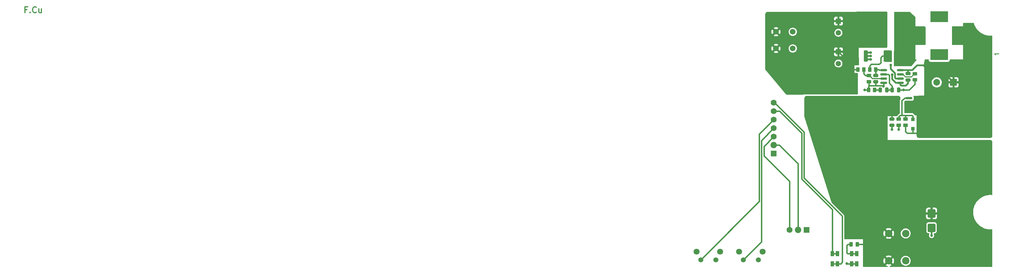
<source format=gbr>
%TF.GenerationSoftware,KiCad,Pcbnew,8.0.8-8.0.8-0~ubuntu22.04.1*%
%TF.CreationDate,2025-01-15T19:38:00-08:00*%
%TF.ProjectId,NX-J401-Adapter,4e582d4a-3430-4312-9d41-646170746572,4*%
%TF.SameCoordinates,Original*%
%TF.FileFunction,Copper,L1,Top*%
%TF.FilePolarity,Positive*%
%FSLAX46Y46*%
G04 Gerber Fmt 4.6, Leading zero omitted, Abs format (unit mm)*
G04 Created by KiCad (PCBNEW 8.0.8-8.0.8-0~ubuntu22.04.1) date 2025-01-15 19:38:00*
%MOMM*%
%LPD*%
G01*
G04 APERTURE LIST*
G04 Aperture macros list*
%AMRoundRect*
0 Rectangle with rounded corners*
0 $1 Rounding radius*
0 $2 $3 $4 $5 $6 $7 $8 $9 X,Y pos of 4 corners*
0 Add a 4 corners polygon primitive as box body*
4,1,4,$2,$3,$4,$5,$6,$7,$8,$9,$2,$3,0*
0 Add four circle primitives for the rounded corners*
1,1,$1+$1,$2,$3*
1,1,$1+$1,$4,$5*
1,1,$1+$1,$6,$7*
1,1,$1+$1,$8,$9*
0 Add four rect primitives between the rounded corners*
20,1,$1+$1,$2,$3,$4,$5,0*
20,1,$1+$1,$4,$5,$6,$7,0*
20,1,$1+$1,$6,$7,$8,$9,0*
20,1,$1+$1,$8,$9,$2,$3,0*%
%AMFreePoly0*
4,1,18,2.145000,-2.250000,-2.145000,-2.250000,-2.805000,-2.250000,-2.805000,-1.590000,-2.145000,-1.590000,-2.145000,-0.970000,-2.805000,-0.970000,-2.805000,-0.310000,-2.145000,-0.310000,-2.145000,0.310000,-2.805000,0.310000,-2.805000,0.970000,-2.145000,0.970000,-2.145000,1.590000,-2.805000,1.590000,-2.805000,2.250000,2.145000,2.250000,2.145000,-2.250000,2.145000,-2.250000,$1*%
G04 Aperture macros list end*
%ADD10C,0.300000*%
%TA.AperFunction,NonConductor*%
%ADD11C,0.300000*%
%TD*%
%TA.AperFunction,SMDPad,CuDef*%
%ADD12RoundRect,0.250000X2.050000X0.300000X-2.050000X0.300000X-2.050000X-0.300000X2.050000X-0.300000X0*%
%TD*%
%TA.AperFunction,SMDPad,CuDef*%
%ADD13RoundRect,0.250000X2.025000X2.375000X-2.025000X2.375000X-2.025000X-2.375000X2.025000X-2.375000X0*%
%TD*%
%TA.AperFunction,SMDPad,CuDef*%
%ADD14RoundRect,0.250002X4.449998X5.149998X-4.449998X5.149998X-4.449998X-5.149998X4.449998X-5.149998X0*%
%TD*%
%TA.AperFunction,SMDPad,CuDef*%
%ADD15R,0.750000X0.660000*%
%TD*%
%TA.AperFunction,SMDPad,CuDef*%
%ADD16FreePoly0,180.000000*%
%TD*%
%TA.AperFunction,SMDPad,CuDef*%
%ADD17RoundRect,0.250000X-0.450000X0.262500X-0.450000X-0.262500X0.450000X-0.262500X0.450000X0.262500X0*%
%TD*%
%TA.AperFunction,SMDPad,CuDef*%
%ADD18R,1.090000X1.500000*%
%TD*%
%TA.AperFunction,ComponentPad*%
%ADD19R,1.600000X1.600000*%
%TD*%
%TA.AperFunction,ComponentPad*%
%ADD20C,1.600000*%
%TD*%
%TA.AperFunction,ComponentPad*%
%ADD21C,1.498600*%
%TD*%
%TA.AperFunction,ComponentPad*%
%ADD22C,1.803400*%
%TD*%
%TA.AperFunction,SMDPad,CuDef*%
%ADD23RoundRect,0.250000X-0.475000X0.250000X-0.475000X-0.250000X0.475000X-0.250000X0.475000X0.250000X0*%
%TD*%
%TA.AperFunction,ComponentPad*%
%ADD24C,2.200000*%
%TD*%
%TA.AperFunction,SMDPad,CuDef*%
%ADD25RoundRect,0.250000X0.450000X-0.262500X0.450000X0.262500X-0.450000X0.262500X-0.450000X-0.262500X0*%
%TD*%
%TA.AperFunction,SMDPad,CuDef*%
%ADD26RoundRect,0.250000X0.262500X0.450000X-0.262500X0.450000X-0.262500X-0.450000X0.262500X-0.450000X0*%
%TD*%
%TA.AperFunction,ComponentPad*%
%ADD27R,1.778000X1.778000*%
%TD*%
%TA.AperFunction,ComponentPad*%
%ADD28C,1.905000*%
%TD*%
%TA.AperFunction,ComponentPad*%
%ADD29C,1.778000*%
%TD*%
%TA.AperFunction,SMDPad,CuDef*%
%ADD30RoundRect,0.150000X0.825000X0.150000X-0.825000X0.150000X-0.825000X-0.150000X0.825000X-0.150000X0*%
%TD*%
%TA.AperFunction,SMDPad,CuDef*%
%ADD31RoundRect,0.250000X0.900000X-1.000000X0.900000X1.000000X-0.900000X1.000000X-0.900000X-1.000000X0*%
%TD*%
%TA.AperFunction,SMDPad,CuDef*%
%ADD32RoundRect,0.250000X-0.262500X-0.450000X0.262500X-0.450000X0.262500X0.450000X-0.262500X0.450000X0*%
%TD*%
%TA.AperFunction,ComponentPad*%
%ADD33R,2.000000X2.000000*%
%TD*%
%TA.AperFunction,ComponentPad*%
%ADD34C,2.000000*%
%TD*%
%TA.AperFunction,SMDPad,CuDef*%
%ADD35RoundRect,0.250000X0.300000X-0.300000X0.300000X0.300000X-0.300000X0.300000X-0.300000X-0.300000X0*%
%TD*%
%TA.AperFunction,ComponentPad*%
%ADD36C,1.701800*%
%TD*%
%TA.AperFunction,SMDPad,CuDef*%
%ADD37RoundRect,0.150000X-0.825000X-0.150000X0.825000X-0.150000X0.825000X0.150000X-0.825000X0.150000X0*%
%TD*%
%TA.AperFunction,SMDPad,CuDef*%
%ADD38RoundRect,0.250000X-0.362500X-1.425000X0.362500X-1.425000X0.362500X1.425000X-0.362500X1.425000X0*%
%TD*%
%TA.AperFunction,SMDPad,CuDef*%
%ADD39RoundRect,0.250000X0.250000X0.475000X-0.250000X0.475000X-0.250000X-0.475000X0.250000X-0.475000X0*%
%TD*%
%TA.AperFunction,SMDPad,CuDef*%
%ADD40RoundRect,0.250000X-0.250000X-0.475000X0.250000X-0.475000X0.250000X0.475000X-0.250000X0.475000X0*%
%TD*%
%TA.AperFunction,SMDPad,CuDef*%
%ADD41R,3.265000X5.210000*%
%TD*%
%TA.AperFunction,SMDPad,CuDef*%
%ADD42R,5.210000X3.275000*%
%TD*%
%TA.AperFunction,ViaPad*%
%ADD43C,0.812800*%
%TD*%
%TA.AperFunction,Conductor*%
%ADD44C,0.254000*%
%TD*%
%TA.AperFunction,Conductor*%
%ADD45C,0.381000*%
%TD*%
%TA.AperFunction,Conductor*%
%ADD46C,0.508000*%
%TD*%
%TA.AperFunction,Conductor*%
%ADD47C,0.762000*%
%TD*%
%TA.AperFunction,Conductor*%
%ADD48C,0.304800*%
%TD*%
G04 APERTURE END LIST*
D10*
G36*
X322562951Y-94747714D02*
G01*
X322562951Y-95106385D01*
X322366946Y-95106385D01*
X322366685Y-95082424D01*
X322365899Y-95059087D01*
X322364589Y-95036371D01*
X322362756Y-95014278D01*
X322360399Y-94992808D01*
X322357518Y-94971961D01*
X322354114Y-94951735D01*
X322350185Y-94932133D01*
X322345733Y-94913153D01*
X322340757Y-94894795D01*
X322335257Y-94877060D01*
X322329234Y-94859947D01*
X322322687Y-94843458D01*
X322315615Y-94827590D01*
X322308020Y-94812345D01*
X322299902Y-94797723D01*
X322291259Y-94783723D01*
X322282093Y-94770346D01*
X322272403Y-94757591D01*
X322262189Y-94745459D01*
X322251452Y-94733949D01*
X322240190Y-94723062D01*
X322228405Y-94712797D01*
X322216096Y-94703155D01*
X322203263Y-94694135D01*
X322189907Y-94685738D01*
X322176026Y-94677964D01*
X322161622Y-94670812D01*
X322146694Y-94664282D01*
X322131243Y-94658376D01*
X322115267Y-94653091D01*
X322098768Y-94648429D01*
X322098768Y-94452424D01*
X323595000Y-94452424D01*
X323595000Y-94747714D01*
X322562951Y-94747714D01*
G37*
D11*
X33217368Y-81385474D02*
X32624701Y-81385474D01*
X32624701Y-82316807D02*
X32624701Y-80538807D01*
X32624701Y-80538807D02*
X33471368Y-80538807D01*
X34148701Y-82147474D02*
X34233368Y-82232141D01*
X34233368Y-82232141D02*
X34148701Y-82316807D01*
X34148701Y-82316807D02*
X34064034Y-82232141D01*
X34064034Y-82232141D02*
X34148701Y-82147474D01*
X34148701Y-82147474D02*
X34148701Y-82316807D01*
X36011368Y-82147474D02*
X35926701Y-82232141D01*
X35926701Y-82232141D02*
X35672701Y-82316807D01*
X35672701Y-82316807D02*
X35503368Y-82316807D01*
X35503368Y-82316807D02*
X35249368Y-82232141D01*
X35249368Y-82232141D02*
X35080035Y-82062807D01*
X35080035Y-82062807D02*
X34995368Y-81893474D01*
X34995368Y-81893474D02*
X34910701Y-81554807D01*
X34910701Y-81554807D02*
X34910701Y-81300807D01*
X34910701Y-81300807D02*
X34995368Y-80962141D01*
X34995368Y-80962141D02*
X35080035Y-80792807D01*
X35080035Y-80792807D02*
X35249368Y-80623474D01*
X35249368Y-80623474D02*
X35503368Y-80538807D01*
X35503368Y-80538807D02*
X35672701Y-80538807D01*
X35672701Y-80538807D02*
X35926701Y-80623474D01*
X35926701Y-80623474D02*
X36011368Y-80708141D01*
X37535368Y-81131474D02*
X37535368Y-82316807D01*
X36773368Y-81131474D02*
X36773368Y-82062807D01*
X36773368Y-82062807D02*
X36858035Y-82232141D01*
X36858035Y-82232141D02*
X37027368Y-82316807D01*
X37027368Y-82316807D02*
X37281368Y-82316807D01*
X37281368Y-82316807D02*
X37450701Y-82232141D01*
X37450701Y-82232141D02*
X37535368Y-82147474D01*
D12*
%TO.P,D1,1,A*%
%TO.N,/Power Supply/SW*%
X294640000Y-89916000D03*
D13*
%TO.P,D1,2,K*%
%TO.N,/+18V_OUT*%
X287915000Y-90151000D03*
X287915000Y-84601000D03*
D14*
X285490000Y-87376000D03*
D13*
X283065000Y-90151000D03*
X283065000Y-84601000D03*
D12*
%TO.P,D1,3,A*%
%TO.N,/Power Supply/SW*%
X294640000Y-84836000D03*
%TD*%
D15*
%TO.P,Q1,1,S*%
%TO.N,/Power Supply/Q_S*%
X291195000Y-94092000D03*
%TO.P,Q1,2,S*%
X291195000Y-95372000D03*
%TO.P,Q1,3,S*%
X291195000Y-96652000D03*
%TO.P,Q1,4,G*%
%TO.N,Net-(Q1-G)*%
X291195000Y-97932000D03*
D16*
%TO.P,Q1,5,D*%
%TO.N,/Power Supply/SW*%
X294265000Y-96012000D03*
%TD*%
D17*
%TO.P,R8,1*%
%TO.N,Net-(D2-A)*%
X295656000Y-114149500D03*
%TO.P,R8,2*%
%TO.N,/Power Supply/V_IN*%
X295656000Y-115974500D03*
%TD*%
D18*
%TO.P,D5,1,Red-K*%
%TO.N,Net-(D5A-Red-K)*%
X281027000Y-154432000D03*
%TO.P,D5,2,RedA*%
%TO.N,GND*%
X281027000Y-157432000D03*
%TO.P,D5,3,Green-A*%
%TO.N,Net-(D5A-Red-K)*%
X279527000Y-154432000D03*
%TO.P,D5,4,Green-K*%
%TO.N,GND*%
X279527000Y-157432000D03*
%TD*%
D19*
%TO.P,C2,1*%
%TO.N,/+18V_OUT*%
X275590000Y-93980000D03*
D20*
%TO.P,C2,2*%
%TO.N,GND*%
X275590000Y-97480000D03*
%TD*%
D21*
%TO.P,SW1,1,1*%
%TO.N,/~{REC}*%
X234478000Y-156285700D03*
%TO.P,SW1,2,2*%
%TO.N,/RTN*%
X238978001Y-156285700D03*
D22*
%TO.P,SW1,3*%
%TO.N,N/C*%
X233228001Y-153785824D03*
%TO.P,SW1,4*%
X240228000Y-153785824D03*
%TD*%
D23*
%TO.P,C8,1*%
%TO.N,/V_BAT*%
X291592000Y-114112000D03*
%TO.P,C8,2*%
%TO.N,GND*%
X291592000Y-116012000D03*
%TD*%
D19*
%TO.P,C1,1*%
%TO.N,/+18V_OUT*%
X275590000Y-84785200D03*
D20*
%TO.P,C1,2*%
%TO.N,GND*%
X275590000Y-88285200D03*
%TD*%
D24*
%TO.P,J4,1,Pin_1*%
%TO.N,/V_BAT*%
X290601400Y-148365600D03*
X290601400Y-156565600D03*
%TO.P,J4,2,Pin_2*%
%TO.N,GND*%
X295681400Y-148365600D03*
X295681400Y-156565600D03*
%TD*%
D25*
%TO.P,R5,1*%
%TO.N,GND*%
X284708600Y-102918900D03*
%TO.P,R5,2*%
%TO.N,Net-(U1-FB)*%
X284708600Y-101093900D03*
%TD*%
D26*
%TO.P,R2,1*%
%TO.N,Net-(U1-FB)*%
X283182700Y-99288600D03*
%TO.P,R2,2*%
%TO.N,/+18V_OUT*%
X281357700Y-99288600D03*
%TD*%
D27*
%TO.P,J3,1,Pin_1*%
%TO.N,/RTN*%
X266065000Y-147320000D03*
D28*
%TO.P,J3,2,Pin_2*%
%TO.N,/UART2_RXD*%
X263525000Y-147320000D03*
D29*
%TO.P,J3,3,Pin_3*%
%TO.N,/UART2_TXD*%
X260985000Y-147320000D03*
%TD*%
D30*
%TO.P,Q2,1,S*%
%TO.N,/Power Supply/V_IN*%
X296607000Y-111633000D03*
%TO.P,Q2,2,S*%
X296607000Y-110363000D03*
%TO.P,Q2,3,S*%
X296607000Y-109093000D03*
%TO.P,Q2,4,G*%
%TO.N,Net-(D2-A)*%
X296607000Y-107823000D03*
%TO.P,Q2,5,D*%
%TO.N,/V_BAT*%
X291657000Y-107823000D03*
%TO.P,Q2,6,D*%
X291657000Y-109093000D03*
%TO.P,Q2,7,D*%
X291657000Y-110363000D03*
%TO.P,Q2,8,D*%
X291657000Y-111633000D03*
%TD*%
D21*
%TO.P,SW2,1,1*%
%TO.N,/~{SYS_RESET}*%
X247178000Y-156285700D03*
%TO.P,SW2,2,2*%
%TO.N,/RTN*%
X251678001Y-156285700D03*
D22*
%TO.P,SW2,3*%
%TO.N,N/C*%
X245928001Y-153785824D03*
%TO.P,SW2,4*%
X252928000Y-153785824D03*
%TD*%
D31*
%TO.P,D3,1,A1*%
%TO.N,GND*%
X303403000Y-146676000D03*
%TO.P,D3,2,A2*%
%TO.N,/V_BAT*%
X303403000Y-142376000D03*
%TD*%
D25*
%TO.P,R4,1*%
%TO.N,GND*%
X298450000Y-102385540D03*
%TO.P,R4,2*%
%TO.N,Net-(U1-FA{slash}SD)*%
X298450000Y-100560540D03*
%TD*%
D27*
%TO.P,J2,1,Pin_1*%
%TO.N,/RTN*%
X256272500Y-124460000D03*
D28*
%TO.P,J2,2,Pin_2*%
%TO.N,/UART2_RXD*%
X256272500Y-121920000D03*
D29*
%TO.P,J2,3,Pin_3*%
%TO.N,/UART2_TXD*%
X256272500Y-119380000D03*
%TO.P,J2,4,Pin_4*%
%TO.N,/~{SYS_RESET}*%
X256272500Y-116840000D03*
%TO.P,J2,5,Pin_5*%
%TO.N,/~{REC}*%
X256272500Y-114300000D03*
%TO.P,J2,6,Pin_6*%
%TO.N,Net-(D4A-Red-K)*%
X256272500Y-111760000D03*
%TO.P,J2,7,Pin_7*%
%TO.N,Net-(D4A-RedA)*%
X256272500Y-109220000D03*
%TD*%
D32*
%TO.P,R9,1*%
%TO.N,Net-(D5A-Red-K)*%
X279376500Y-151663400D03*
%TO.P,R9,2*%
%TO.N,/V_BAT*%
X281201500Y-151663400D03*
%TD*%
D33*
%TO.P,C5,1*%
%TO.N,/Power Supply/V_IN*%
X309961677Y-103124000D03*
D34*
%TO.P,C5,2*%
%TO.N,GND*%
X304961677Y-103124000D03*
%TD*%
D35*
%TO.P,D2,1,K*%
%TO.N,/Power Supply/V_IN*%
X297815000Y-116970000D03*
%TO.P,D2,2,A*%
%TO.N,Net-(D2-A)*%
X297815000Y-114170000D03*
%TD*%
D36*
%TO.P,J1,1,Pin_1*%
%TO.N,/+18V_OUT*%
X256946400Y-87981800D03*
X256946400Y-92981800D03*
%TO.P,J1,2,Pin_2*%
%TO.N,GND*%
X261946400Y-87981800D03*
X261946400Y-92981800D03*
%TD*%
D37*
%TO.P,U1,1,I_{SEN}*%
%TO.N,Net-(U1-I_{SEN})*%
X289117000Y-99441000D03*
%TO.P,U1,2,COMP*%
%TO.N,Net-(U1-COMP)*%
X289117000Y-100711000D03*
%TO.P,U1,3,FB*%
%TO.N,Net-(U1-FB)*%
X289117000Y-101981000D03*
%TO.P,U1,4,AGND*%
%TO.N,GND*%
X289117000Y-103251000D03*
%TO.P,U1,5,PGND*%
X294067000Y-103251000D03*
%TO.P,U1,6,DR*%
%TO.N,Net-(Q1-G)*%
X294067000Y-101981000D03*
%TO.P,U1,7,FA/SD*%
%TO.N,Net-(U1-FA{slash}SD)*%
X294067000Y-100711000D03*
%TO.P,U1,8,V_{IN}*%
%TO.N,/Power Supply/V_IN*%
X294067000Y-99441000D03*
%TD*%
D32*
%TO.P,R6,1*%
%TO.N,GND*%
X284583500Y-105410000D03*
%TO.P,R6,2*%
%TO.N,Net-(C6-Pad2)*%
X286408500Y-105410000D03*
%TD*%
D38*
%TO.P,R1,1*%
%TO.N,GND*%
X283803500Y-95250000D03*
%TO.P,R1,2*%
%TO.N,/Power Supply/Q_S*%
X289728500Y-95250000D03*
%TD*%
D32*
%TO.P,R3,1*%
%TO.N,/Power Supply/Q_S*%
X284915600Y-99288600D03*
%TO.P,R3,2*%
%TO.N,Net-(U1-I_{SEN})*%
X286740600Y-99288600D03*
%TD*%
D39*
%TO.P,C6,1*%
%TO.N,Net-(U1-COMP)*%
X290002000Y-105410000D03*
%TO.P,C6,2*%
%TO.N,Net-(C6-Pad2)*%
X288102000Y-105410000D03*
%TD*%
D23*
%TO.P,C4,1*%
%TO.N,Net-(U1-I_{SEN})*%
X286740600Y-101056400D03*
%TO.P,C4,2*%
%TO.N,GND*%
X286740600Y-102956400D03*
%TD*%
D40*
%TO.P,C7,1*%
%TO.N,Net-(U1-COMP)*%
X291658000Y-105410000D03*
%TO.P,C7,2*%
%TO.N,GND*%
X293558000Y-105410000D03*
%TD*%
D25*
%TO.P,R7,1*%
%TO.N,GND*%
X293624000Y-115974500D03*
%TO.P,R7,2*%
%TO.N,Net-(D2-A)*%
X293624000Y-114149500D03*
%TD*%
D41*
%TO.P,L1,1,1*%
%TO.N,/Power Supply/V_IN*%
X311427500Y-89154000D03*
%TO.P,L1,2,2*%
%TO.N,/Power Supply/SW*%
X299962500Y-89154000D03*
D42*
%TO.P,L1,3,3*%
%TO.N,GND*%
X305695000Y-94831500D03*
%TO.P,L1,4,4*%
X305695000Y-83476500D03*
%TD*%
D18*
%TO.P,D4,1,Red-K*%
%TO.N,Net-(D4A-Red-K)*%
X275312000Y-154432000D03*
%TO.P,D4,2,RedA*%
%TO.N,Net-(D4A-RedA)*%
X275312000Y-157432000D03*
%TO.P,D4,3,Green-A*%
%TO.N,Net-(D4A-Red-K)*%
X273812000Y-154432000D03*
%TO.P,D4,4,Green-K*%
%TO.N,Net-(D4A-RedA)*%
X273812000Y-157432000D03*
%TD*%
D23*
%TO.P,C3,1*%
%TO.N,/Power Supply/V_IN*%
X296418000Y-100523040D03*
%TO.P,C3,2*%
%TO.N,GND*%
X296418000Y-102423040D03*
%TD*%
D43*
%TO.N,GND*%
X291592000Y-117221010D03*
X285242000Y-96266000D03*
X285241982Y-94234000D03*
X278130000Y-157353000D03*
X283438610Y-105359200D03*
X289052000Y-104266998D03*
X305714400Y-83515200D03*
X291605822Y-100813988D03*
X285242000Y-95250000D03*
X303403000Y-148971000D03*
X305714400Y-94843600D03*
X294995600Y-105410000D03*
X293624000Y-117221000D03*
%TD*%
D44*
%TO.N,GND*%
X283803500Y-95250000D02*
X283803500Y-94656500D01*
D45*
X286740600Y-104089200D02*
X288874202Y-104089200D01*
X293558000Y-105410000D02*
X294995600Y-105410000D01*
D46*
X295732200Y-104140000D02*
X296418000Y-103454200D01*
D44*
X283803500Y-95250000D02*
X283803500Y-95843500D01*
X283972000Y-94488000D02*
X283803500Y-94656500D01*
X283803500Y-94656500D02*
X284226000Y-94234000D01*
D45*
X284583500Y-105410000D02*
X283489410Y-105410000D01*
D47*
X305702300Y-94831500D02*
X305714400Y-94843600D01*
D46*
X291605822Y-102147222D02*
X291605822Y-100813988D01*
X284226000Y-94234000D02*
X285241982Y-94234000D01*
D45*
X293624000Y-115974500D02*
X293624000Y-117221000D01*
D46*
X283803500Y-95250000D02*
X285242000Y-95250000D01*
D45*
X284708600Y-102918900D02*
X284708600Y-104089200D01*
X291592000Y-116012000D02*
X291592000Y-117221010D01*
D44*
X283803500Y-95843500D02*
X284226000Y-96266000D01*
D46*
X284226000Y-96266000D02*
X285242000Y-96266000D01*
D45*
X289117000Y-103251000D02*
X289117000Y-104201998D01*
X288874202Y-104089200D02*
X289052000Y-104266998D01*
X279527000Y-157432000D02*
X278209000Y-157432000D01*
X283489410Y-105410000D02*
X283438610Y-105359200D01*
X286740600Y-102956400D02*
X286740600Y-104089200D01*
X289052000Y-104089200D02*
X289052000Y-104266998D01*
X279527000Y-157432000D02*
X281027000Y-157432000D01*
X284708600Y-104089200D02*
X286740600Y-104089200D01*
X298450000Y-102385540D02*
X298450000Y-103708200D01*
X296748200Y-105410000D02*
X294995600Y-105410000D01*
D46*
X294067000Y-103251000D02*
X294067000Y-103897200D01*
X294309800Y-104140000D02*
X295732200Y-104140000D01*
D45*
X278209000Y-157432000D02*
X278130000Y-157353000D01*
X298450000Y-103708200D02*
X296748200Y-105410000D01*
D46*
X294067000Y-103897200D02*
X294309800Y-104140000D01*
D45*
X284583500Y-104214300D02*
X284708600Y-104089200D01*
D47*
X305695000Y-83495800D02*
X305714400Y-83515200D01*
D46*
X296418000Y-103454200D02*
X296418000Y-102423040D01*
D47*
X305695000Y-83476500D02*
X305695000Y-83495800D01*
D45*
X289117000Y-104201998D02*
X289052000Y-104266998D01*
D46*
X294067000Y-103251000D02*
X292709600Y-103251000D01*
D45*
X284583500Y-105410000D02*
X284583500Y-104214300D01*
D46*
X292709600Y-103251000D02*
X291605822Y-102147222D01*
X303403000Y-147184000D02*
X303403000Y-148971000D01*
D47*
X305695000Y-94831500D02*
X305702300Y-94831500D01*
D45*
%TO.N,/+18V_OUT*%
X278765000Y-98729800D02*
X278765000Y-97155000D01*
X278765000Y-97155000D02*
X275590000Y-93980000D01*
X279323800Y-99288600D02*
X278765000Y-98729800D01*
X281357700Y-99288600D02*
X279323800Y-99288600D01*
%TO.N,/Power Supply/V_IN*%
X295656000Y-117856000D02*
X296164000Y-118364000D01*
X297815000Y-118364000D02*
X300355000Y-118364000D01*
D46*
X297611800Y-99441000D02*
X299059600Y-97993200D01*
D45*
X297815000Y-118364000D02*
X297815000Y-116970000D01*
D46*
X296418000Y-99441000D02*
X297611800Y-99441000D01*
D45*
X295656000Y-115974500D02*
X295656000Y-117856000D01*
D46*
X296418000Y-100523040D02*
X296418000Y-99441000D01*
X304830877Y-97993200D02*
X309961677Y-103124000D01*
D45*
X296164000Y-118364000D02*
X297815000Y-118364000D01*
D46*
X294067000Y-99441000D02*
X296418000Y-99441000D01*
X299059600Y-97993200D02*
X304830877Y-97993200D01*
D45*
%TO.N,Net-(U1-I_{SEN})*%
X286740600Y-101056400D02*
X286740600Y-99288600D01*
X287807400Y-99441000D02*
X287655000Y-99288600D01*
X289117000Y-99441000D02*
X287807400Y-99441000D01*
X287655000Y-99288600D02*
X286740600Y-99288600D01*
%TO.N,Net-(C6-Pad2)*%
X286408500Y-105410000D02*
X288102000Y-105410000D01*
%TO.N,Net-(D4A-Red-K)*%
X264668000Y-132080000D02*
X273812000Y-141224000D01*
X258064000Y-111760000D02*
X264668000Y-118364000D01*
X273812000Y-154432000D02*
X275312000Y-154432000D01*
X273812000Y-141224000D02*
X273812000Y-154432000D01*
X264668000Y-118364000D02*
X264668000Y-132080000D01*
X256272500Y-111760000D02*
X258064000Y-111760000D01*
%TO.N,Net-(U1-COMP)*%
X290474400Y-100711000D02*
X290779200Y-101015800D01*
X289117000Y-100711000D02*
X290474400Y-100711000D01*
X290779200Y-103378000D02*
X291658000Y-104256800D01*
X290002000Y-105410000D02*
X291658000Y-105410000D01*
X290779200Y-101015800D02*
X290779200Y-103378000D01*
X291658000Y-104256800D02*
X291658000Y-105410000D01*
%TO.N,/V_BAT*%
X281201500Y-151663400D02*
X287303600Y-151663400D01*
X291592000Y-111698000D02*
X291657000Y-111633000D01*
X291592000Y-112828307D02*
X291592000Y-111698000D01*
X287303600Y-151663400D02*
X290601400Y-148365600D01*
X291592000Y-114112000D02*
X291592000Y-112828307D01*
%TO.N,/Power Supply/SW*%
X300017500Y-89154000D02*
X300017500Y-88232300D01*
X300017500Y-89154000D02*
X300017500Y-90126500D01*
X300017500Y-89154000D02*
X300017500Y-88246900D01*
X300017545Y-89153955D02*
X300017545Y-89153910D01*
X300017498Y-89153998D02*
X300017498Y-89153996D01*
X300017500Y-89154000D02*
X300017498Y-89153998D01*
X300017500Y-89154000D02*
X300017545Y-89153955D01*
%TO.N,Net-(D2-A)*%
X294538400Y-108610400D02*
X294538400Y-113030000D01*
X296607000Y-107823000D02*
X295325800Y-107823000D01*
X294538400Y-113030000D02*
X294386000Y-113030000D01*
X297561000Y-113030000D02*
X295656000Y-113030000D01*
X295656000Y-113030000D02*
X294640000Y-113030000D01*
X297815000Y-114170000D02*
X297815000Y-113284000D01*
X294640000Y-113030000D02*
X294538400Y-113030000D01*
X295325800Y-107823000D02*
X294538400Y-108610400D01*
X295656000Y-114149500D02*
X295656000Y-113030000D01*
X294386000Y-113030000D02*
X294005000Y-113030000D01*
X294005000Y-113030000D02*
X293624000Y-113411000D01*
X293624000Y-113411000D02*
X293624000Y-114149500D01*
X297815000Y-113284000D02*
X297561000Y-113030000D01*
%TO.N,/~{REC}*%
X251968000Y-118604500D02*
X256272500Y-114300000D01*
X234478000Y-156285700D02*
X251968000Y-138795700D01*
X251968000Y-138795700D02*
X251968000Y-118604500D01*
%TO.N,/UART2_TXD*%
X253365000Y-125095000D02*
X253365000Y-122287500D01*
X260985000Y-132715000D02*
X253365000Y-125095000D01*
X260985000Y-147320000D02*
X260985000Y-132715000D01*
X253365000Y-122287500D02*
X256272500Y-119380000D01*
%TO.N,/~{SYS_RESET}*%
X252603000Y-120509500D02*
X256272500Y-116840000D01*
X247178000Y-156285700D02*
X252603000Y-150860700D01*
X252603000Y-150860700D02*
X252603000Y-120509500D01*
%TO.N,/UART2_RXD*%
X263525000Y-147320000D02*
X263525000Y-127508000D01*
X263525000Y-127508000D02*
X257937000Y-121920000D01*
X257937000Y-121920000D02*
X256272500Y-121920000D01*
D46*
%TO.N,Net-(Q1-G)*%
X291195000Y-99110009D02*
X291195000Y-97932000D01*
X294067000Y-101981000D02*
X292735000Y-101981000D01*
X292520222Y-101766222D02*
X292520222Y-100435231D01*
X292735000Y-101981000D02*
X292520222Y-101766222D01*
X292520222Y-100435231D02*
X291195000Y-99110009D01*
D45*
%TO.N,Net-(U1-FB)*%
X283182700Y-99288600D02*
X283182700Y-100607500D01*
D48*
X284837500Y-101093900D02*
X285743600Y-102000000D01*
X284708600Y-101093900D02*
X284837500Y-101093900D01*
X285743600Y-102000000D02*
X289098000Y-102000000D01*
X289098000Y-102000000D02*
X289117000Y-101981000D01*
D45*
X283669100Y-101093900D02*
X284708600Y-101093900D01*
X283182700Y-100607500D02*
X283669100Y-101093900D01*
D48*
%TO.N,Net-(U1-FA{slash}SD)*%
X298321060Y-100560540D02*
X298450000Y-100560540D01*
X295598840Y-101466640D02*
X297414960Y-101466640D01*
X294067000Y-100711000D02*
X294843200Y-100711000D01*
X294843200Y-100711000D02*
X295598840Y-101466640D01*
X297414960Y-101466640D02*
X298321060Y-100560540D01*
D45*
%TO.N,/Power Supply/Q_S*%
X288239200Y-97231200D02*
X288239200Y-95707200D01*
X288696400Y-95250000D02*
X289728500Y-95250000D01*
X285369000Y-97713800D02*
X287756600Y-97713800D01*
X284915600Y-98167200D02*
X285369000Y-97713800D01*
X287756600Y-97713800D02*
X288239200Y-97231200D01*
X284915600Y-99288600D02*
X284915600Y-98167200D01*
X288239200Y-95707200D02*
X288696400Y-95250000D01*
%TO.N,Net-(D5A-Red-K)*%
X278409400Y-151663400D02*
X279376500Y-151663400D01*
X278384000Y-154432000D02*
X278130000Y-154178000D01*
X279527000Y-154432000D02*
X278384000Y-154432000D01*
X278130000Y-151942800D02*
X278409400Y-151663400D01*
X278130000Y-154178000D02*
X278130000Y-151942800D01*
X281027000Y-154432000D02*
X279527000Y-154432000D01*
%TO.N,Net-(D4A-RedA)*%
X265303000Y-117983000D02*
X256540000Y-109220000D01*
X276273000Y-157432000D02*
X276733000Y-156972000D01*
X276733000Y-143129000D02*
X265303000Y-131699000D01*
X265303000Y-131699000D02*
X265303000Y-117983000D01*
X256540000Y-109220000D02*
X256272500Y-109220000D01*
X274447000Y-157432000D02*
X276273000Y-157432000D01*
X276733000Y-156972000D02*
X276733000Y-143129000D01*
%TD*%
%TA.AperFunction,Conductor*%
%TO.N,/Power Supply/V_IN*%
G36*
X315988951Y-85363685D02*
G01*
X316034706Y-85416489D01*
X316041687Y-85435906D01*
X316073132Y-85553263D01*
X316073135Y-85553271D01*
X316227258Y-85976719D01*
X316227261Y-85976726D01*
X316227262Y-85976728D01*
X316417695Y-86385115D01*
X316417703Y-86385130D01*
X316643007Y-86775367D01*
X316643016Y-86775382D01*
X316901484Y-87144512D01*
X317122419Y-87407811D01*
X317191136Y-87489704D01*
X317509776Y-87808344D01*
X317632615Y-87911418D01*
X317854967Y-88097995D01*
X317854973Y-88097999D01*
X317854974Y-88098000D01*
X318224104Y-88356468D01*
X318589850Y-88567631D01*
X318614349Y-88581776D01*
X318614364Y-88581784D01*
X318795869Y-88666420D01*
X319022761Y-88772222D01*
X319446209Y-88926345D01*
X319446215Y-88926346D01*
X319446219Y-88926348D01*
X319564751Y-88958108D01*
X319881479Y-89042975D01*
X320325258Y-89121225D01*
X320774166Y-89160499D01*
X320774167Y-89160500D01*
X320774168Y-89160500D01*
X321224793Y-89160500D01*
X321224793Y-89160499D01*
X321429195Y-89142616D01*
X321497692Y-89156382D01*
X321547875Y-89204997D01*
X321564000Y-89266144D01*
X321564000Y-119117874D01*
X321562939Y-119134060D01*
X321544493Y-119274164D01*
X321536115Y-119305431D01*
X321485172Y-119428418D01*
X321468987Y-119456451D01*
X321387951Y-119562061D01*
X321365061Y-119584951D01*
X321259451Y-119665987D01*
X321231418Y-119682172D01*
X321108431Y-119733115D01*
X321077164Y-119741493D01*
X320952625Y-119757889D01*
X320937058Y-119759939D01*
X320920874Y-119761000D01*
X299601126Y-119761000D01*
X299584941Y-119759939D01*
X299567102Y-119757590D01*
X299444835Y-119741493D01*
X299413568Y-119733115D01*
X299290581Y-119682172D01*
X299262548Y-119665987D01*
X299197725Y-119616248D01*
X299156936Y-119584949D01*
X299134050Y-119562063D01*
X299053012Y-119456451D01*
X299036827Y-119428418D01*
X298985884Y-119305431D01*
X298977506Y-119274163D01*
X298959061Y-119134059D01*
X298958000Y-119117874D01*
X298958000Y-113665006D01*
X298958000Y-113665000D01*
X298958000Y-113030000D01*
X298476520Y-113030000D01*
X298465906Y-113021447D01*
X298453205Y-112998187D01*
X298434446Y-112952899D01*
X298357948Y-112838413D01*
X298357945Y-112838409D01*
X298006587Y-112487051D01*
X297938414Y-112441500D01*
X297938413Y-112441499D01*
X297926952Y-112433841D01*
X297892101Y-112410554D01*
X297892097Y-112410552D01*
X297892095Y-112410551D01*
X297892096Y-112410551D01*
X297764897Y-112357864D01*
X297764891Y-112357862D01*
X297740528Y-112353016D01*
X297703634Y-112345677D01*
X297629848Y-112331000D01*
X297629846Y-112331000D01*
X297629845Y-112331000D01*
X295724845Y-112331000D01*
X295361400Y-112331000D01*
X295294361Y-112311315D01*
X295248606Y-112258511D01*
X295237400Y-112207000D01*
X295237400Y-108951297D01*
X295257085Y-108884258D01*
X295273719Y-108863616D01*
X295495055Y-108642279D01*
X295556376Y-108608796D01*
X295617327Y-108610885D01*
X295664602Y-108624620D01*
X295678165Y-108628561D01*
X295678169Y-108628562D01*
X295715498Y-108631500D01*
X295715504Y-108631500D01*
X297498496Y-108631500D01*
X297498502Y-108631500D01*
X297535831Y-108628562D01*
X297535833Y-108628561D01*
X297535835Y-108628561D01*
X297596673Y-108610886D01*
X297695601Y-108582145D01*
X297838807Y-108497453D01*
X297956453Y-108379807D01*
X298041145Y-108236601D01*
X298087562Y-108076831D01*
X298090500Y-108039502D01*
X298090500Y-107606498D01*
X298087562Y-107569169D01*
X298082032Y-107550136D01*
X298041146Y-107409403D01*
X298041144Y-107409397D01*
X298000237Y-107340227D01*
X297983054Y-107272503D01*
X298005214Y-107206240D01*
X298059680Y-107162477D01*
X298105730Y-107153113D01*
X300990000Y-107124500D01*
X300990000Y-107124157D01*
X301012010Y-107121989D01*
X301023681Y-107120841D01*
X301023682Y-107120840D01*
X301023688Y-107120840D01*
X301092359Y-107092395D01*
X301144918Y-107039836D01*
X301173363Y-106971165D01*
X301177023Y-106934000D01*
X301172856Y-103124000D01*
X303448512Y-103124000D01*
X303467142Y-103360714D01*
X303522572Y-103591595D01*
X303522572Y-103591597D01*
X303613434Y-103810959D01*
X303613436Y-103810962D01*
X303737497Y-104013410D01*
X303737498Y-104013413D01*
X303759609Y-104039301D01*
X303891708Y-104193969D01*
X304031474Y-104313340D01*
X304072263Y-104348178D01*
X304072266Y-104348179D01*
X304274714Y-104472240D01*
X304274717Y-104472242D01*
X304494080Y-104563104D01*
X304494081Y-104563104D01*
X304494083Y-104563105D01*
X304724966Y-104618535D01*
X304961677Y-104637165D01*
X305198388Y-104618535D01*
X305429271Y-104563105D01*
X305429273Y-104563104D01*
X305429274Y-104563104D01*
X305648636Y-104472242D01*
X305648637Y-104472241D01*
X305648640Y-104472240D01*
X305851093Y-104348176D01*
X306031646Y-104193969D01*
X306185853Y-104013416D01*
X306309917Y-103810963D01*
X306352110Y-103709101D01*
X306400781Y-103591597D01*
X306400781Y-103591596D01*
X306400782Y-103591594D01*
X306456212Y-103360711D01*
X306474842Y-103124000D01*
X306456212Y-102887289D01*
X306400782Y-102656406D01*
X306400781Y-102656403D01*
X306400781Y-102656402D01*
X306309919Y-102437040D01*
X306309917Y-102437037D01*
X306185856Y-102234589D01*
X306185855Y-102234586D01*
X306151017Y-102193797D01*
X306050542Y-102076155D01*
X308461677Y-102076155D01*
X308461677Y-102806500D01*
X309572071Y-102806500D01*
X309561578Y-102816993D01*
X309495752Y-102931007D01*
X309461677Y-103058174D01*
X309461677Y-103189826D01*
X309495752Y-103316993D01*
X309561578Y-103431007D01*
X309572071Y-103441500D01*
X308461677Y-103441500D01*
X308461677Y-104171844D01*
X308468078Y-104231372D01*
X308468080Y-104231379D01*
X308518322Y-104366086D01*
X308518326Y-104366093D01*
X308604486Y-104481187D01*
X308604489Y-104481190D01*
X308719583Y-104567350D01*
X308719590Y-104567354D01*
X308854297Y-104617596D01*
X308854304Y-104617598D01*
X308913832Y-104623999D01*
X308913849Y-104624000D01*
X309644177Y-104624000D01*
X309644177Y-103513606D01*
X309654670Y-103524099D01*
X309768684Y-103589925D01*
X309895851Y-103624000D01*
X310027503Y-103624000D01*
X310154670Y-103589925D01*
X310268684Y-103524099D01*
X310279177Y-103513606D01*
X310279177Y-104624000D01*
X311009505Y-104624000D01*
X311009521Y-104623999D01*
X311069049Y-104617598D01*
X311069056Y-104617596D01*
X311203763Y-104567354D01*
X311203770Y-104567350D01*
X311318864Y-104481190D01*
X311318867Y-104481187D01*
X311405027Y-104366093D01*
X311405031Y-104366086D01*
X311455273Y-104231379D01*
X311455275Y-104231372D01*
X311461676Y-104171844D01*
X311461677Y-104171827D01*
X311461677Y-103441500D01*
X310351283Y-103441500D01*
X310361776Y-103431007D01*
X310427602Y-103316993D01*
X310461677Y-103189826D01*
X310461677Y-103058174D01*
X310427602Y-102931007D01*
X310361776Y-102816993D01*
X310351283Y-102806500D01*
X311461677Y-102806500D01*
X311461677Y-102076172D01*
X311461676Y-102076155D01*
X311455275Y-102016627D01*
X311455273Y-102016620D01*
X311405031Y-101881913D01*
X311405027Y-101881906D01*
X311318867Y-101766812D01*
X311318864Y-101766809D01*
X311203770Y-101680649D01*
X311203763Y-101680645D01*
X311069056Y-101630403D01*
X311069049Y-101630401D01*
X311009521Y-101624000D01*
X310279177Y-101624000D01*
X310279177Y-102734394D01*
X310268684Y-102723901D01*
X310154670Y-102658075D01*
X310027503Y-102624000D01*
X309895851Y-102624000D01*
X309768684Y-102658075D01*
X309654670Y-102723901D01*
X309644177Y-102734394D01*
X309644177Y-101624000D01*
X308913832Y-101624000D01*
X308854304Y-101630401D01*
X308854297Y-101630403D01*
X308719590Y-101680645D01*
X308719583Y-101680649D01*
X308604489Y-101766809D01*
X308604486Y-101766812D01*
X308518326Y-101881906D01*
X308518322Y-101881913D01*
X308468080Y-102016620D01*
X308468078Y-102016627D01*
X308461677Y-102076155D01*
X306050542Y-102076155D01*
X306031646Y-102054031D01*
X305912273Y-101952076D01*
X305851090Y-101899821D01*
X305851087Y-101899820D01*
X305648639Y-101775759D01*
X305648636Y-101775757D01*
X305429273Y-101684895D01*
X305198391Y-101629465D01*
X304961677Y-101610835D01*
X304724962Y-101629465D01*
X304494081Y-101684895D01*
X304494079Y-101684895D01*
X304274717Y-101775757D01*
X304274714Y-101775759D01*
X304072266Y-101899820D01*
X304072263Y-101899821D01*
X303891708Y-102054031D01*
X303737498Y-102234586D01*
X303737497Y-102234589D01*
X303613436Y-102437037D01*
X303613434Y-102437040D01*
X303522572Y-102656402D01*
X303522572Y-102656404D01*
X303467142Y-102887285D01*
X303448512Y-103124000D01*
X301172856Y-103124000D01*
X301167800Y-98501200D01*
X301114000Y-98501200D01*
X301046961Y-98481515D01*
X301001206Y-98428711D01*
X300990000Y-98377200D01*
X300990000Y-98175508D01*
X300990160Y-98169202D01*
X300992964Y-98114138D01*
X300994246Y-98101590D01*
X300996006Y-98090142D01*
X301002630Y-98047093D01*
X301003734Y-98040953D01*
X301349645Y-96364936D01*
X301382474Y-96303259D01*
X301443437Y-96269122D01*
X301471086Y-96266000D01*
X302457500Y-96266000D01*
X302524539Y-96285685D01*
X302570294Y-96338489D01*
X302581500Y-96390000D01*
X302581500Y-96517654D01*
X302588011Y-96578202D01*
X302588011Y-96578204D01*
X302639111Y-96715204D01*
X302726739Y-96832261D01*
X302843796Y-96919889D01*
X302980799Y-96970989D01*
X303008050Y-96973918D01*
X303041345Y-96977499D01*
X303041362Y-96977500D01*
X308348638Y-96977500D01*
X308348654Y-96977499D01*
X308375692Y-96974591D01*
X308409201Y-96970989D01*
X308546204Y-96919889D01*
X308663261Y-96832261D01*
X308750889Y-96715204D01*
X308801989Y-96578201D01*
X308805591Y-96544692D01*
X308808499Y-96517654D01*
X308808500Y-96517637D01*
X308808500Y-96390000D01*
X308828185Y-96322961D01*
X308880989Y-96277206D01*
X308932500Y-96266000D01*
X312807000Y-96266000D01*
X312807000Y-91948000D01*
X309629000Y-91948000D01*
X309561961Y-91928315D01*
X309516206Y-91875511D01*
X309505000Y-91824000D01*
X309505000Y-86484000D01*
X309524685Y-86416961D01*
X309577489Y-86371206D01*
X309629000Y-86360000D01*
X312807000Y-86360000D01*
X312807000Y-85468000D01*
X312826685Y-85400961D01*
X312879489Y-85355206D01*
X312931000Y-85344000D01*
X315921912Y-85344000D01*
X315988951Y-85363685D01*
G37*
%TD.AperFunction*%
%TD*%
%TA.AperFunction,Conductor*%
%TO.N,/V_BAT*%
G36*
X293505059Y-107189061D02*
G01*
X293645163Y-107207506D01*
X293676431Y-107215884D01*
X293799418Y-107266827D01*
X293827451Y-107283012D01*
X293868238Y-107314309D01*
X293933063Y-107364050D01*
X293955951Y-107386938D01*
X294036987Y-107492548D01*
X294053172Y-107520581D01*
X294104115Y-107643568D01*
X294112493Y-107674835D01*
X294130939Y-107814939D01*
X294132000Y-107831125D01*
X294132000Y-108156508D01*
X294112315Y-108223547D01*
X294095681Y-108244189D01*
X294080688Y-108259181D01*
X294080684Y-108259187D01*
X294005382Y-108389612D01*
X294005381Y-108389616D01*
X293966400Y-108535095D01*
X293966400Y-108535097D01*
X293966400Y-112353016D01*
X293946715Y-112420055D01*
X293893911Y-112465810D01*
X293874494Y-112472791D01*
X293784212Y-112496982D01*
X293653787Y-112572284D01*
X293653781Y-112572288D01*
X293166288Y-113059781D01*
X293166284Y-113059787D01*
X293090982Y-113190212D01*
X293090980Y-113190217D01*
X293090672Y-113191368D01*
X293090147Y-113192228D01*
X293087873Y-113197720D01*
X293087016Y-113197365D01*
X293054304Y-113251027D01*
X293005501Y-113278342D01*
X293002982Y-113279074D01*
X292968380Y-113284000D01*
X290322000Y-113284000D01*
X290322000Y-120396000D01*
X320920874Y-120396000D01*
X320937059Y-120397061D01*
X321077163Y-120415506D01*
X321108431Y-120423884D01*
X321231418Y-120474827D01*
X321259451Y-120491012D01*
X321300238Y-120522309D01*
X321365063Y-120572050D01*
X321387951Y-120594938D01*
X321468987Y-120700548D01*
X321485172Y-120728581D01*
X321536115Y-120851568D01*
X321544493Y-120882835D01*
X321562939Y-121022939D01*
X321564000Y-121039125D01*
X321564000Y-136733854D01*
X321544315Y-136800893D01*
X321491511Y-136846648D01*
X321429193Y-136857382D01*
X321224796Y-136839500D01*
X321224792Y-136839500D01*
X320774168Y-136839500D01*
X320774167Y-136839500D01*
X320325253Y-136878775D01*
X320325251Y-136878775D01*
X319881488Y-136957023D01*
X319881471Y-136957027D01*
X319446219Y-137073651D01*
X319234485Y-137150716D01*
X319022761Y-137227778D01*
X319022757Y-137227779D01*
X319022751Y-137227782D01*
X318614364Y-137418215D01*
X318614349Y-137418223D01*
X318224112Y-137643527D01*
X318224097Y-137643536D01*
X317854967Y-137902004D01*
X317509773Y-138191658D01*
X317191138Y-138510293D01*
X316901484Y-138855487D01*
X316643016Y-139224617D01*
X316643007Y-139224632D01*
X316417703Y-139614869D01*
X316417695Y-139614884D01*
X316227262Y-140023271D01*
X316073131Y-140446739D01*
X315956507Y-140881991D01*
X315956503Y-140882008D01*
X315878255Y-141325771D01*
X315878255Y-141325773D01*
X315838980Y-141774686D01*
X315838980Y-142225313D01*
X315878255Y-142674226D01*
X315878255Y-142674228D01*
X315956503Y-143117991D01*
X315956507Y-143118008D01*
X316073131Y-143553260D01*
X316073134Y-143553270D01*
X316073135Y-143553271D01*
X316227258Y-143976719D01*
X316227261Y-143976726D01*
X316227262Y-143976728D01*
X316417695Y-144385115D01*
X316417703Y-144385130D01*
X316643007Y-144775367D01*
X316643016Y-144775382D01*
X316901484Y-145144512D01*
X317122419Y-145407811D01*
X317191136Y-145489704D01*
X317509776Y-145808344D01*
X317632615Y-145911418D01*
X317854967Y-146097995D01*
X317854973Y-146097999D01*
X317854974Y-146098000D01*
X318224104Y-146356468D01*
X318290487Y-146394794D01*
X318614349Y-146581776D01*
X318614364Y-146581784D01*
X318761624Y-146650452D01*
X319022761Y-146772222D01*
X319446209Y-146926345D01*
X319446215Y-146926346D01*
X319446219Y-146926348D01*
X319564751Y-146958108D01*
X319881479Y-147042975D01*
X320325258Y-147121225D01*
X320774166Y-147160499D01*
X320774167Y-147160500D01*
X320774168Y-147160500D01*
X321224793Y-147160500D01*
X321224793Y-147160499D01*
X321429195Y-147142616D01*
X321497692Y-147156382D01*
X321547875Y-147204997D01*
X321564000Y-147266144D01*
X321564000Y-158244500D01*
X321544315Y-158311539D01*
X321491511Y-158357294D01*
X321440000Y-158368500D01*
X290993305Y-158368500D01*
X290926266Y-158348815D01*
X290880511Y-158296011D01*
X290870567Y-158226853D01*
X290899592Y-158163297D01*
X290958370Y-158125523D01*
X290964358Y-158123926D01*
X291097356Y-158091996D01*
X291330031Y-157995619D01*
X291486513Y-157899726D01*
X291486513Y-157899725D01*
X290696349Y-157109560D01*
X290813692Y-157078118D01*
X290939108Y-157005710D01*
X291041510Y-156903308D01*
X291113918Y-156777892D01*
X291145360Y-156660548D01*
X291935525Y-157450713D01*
X291935526Y-157450713D01*
X292031419Y-157294231D01*
X292127796Y-157061556D01*
X292186587Y-156816672D01*
X292206347Y-156565600D01*
X292206347Y-156565594D01*
X294194823Y-156565594D01*
X294194823Y-156565605D01*
X294215096Y-156810274D01*
X294215098Y-156810286D01*
X294275369Y-157048291D01*
X294373994Y-157273131D01*
X294508279Y-157478671D01*
X294508282Y-157478674D01*
X294674569Y-157659310D01*
X294868319Y-157810112D01*
X295033908Y-157899725D01*
X295084249Y-157926968D01*
X295316467Y-158006688D01*
X295558639Y-158047100D01*
X295558640Y-158047100D01*
X295804160Y-158047100D01*
X295804161Y-158047100D01*
X296046333Y-158006688D01*
X296278551Y-157926968D01*
X296494481Y-157810112D01*
X296688231Y-157659310D01*
X296854518Y-157478674D01*
X296988805Y-157273132D01*
X297087430Y-157048291D01*
X297147702Y-156810283D01*
X297155340Y-156718108D01*
X297167977Y-156565605D01*
X297167977Y-156565594D01*
X297147703Y-156320925D01*
X297147701Y-156320913D01*
X297087430Y-156082908D01*
X296988805Y-155858068D01*
X296854520Y-155652528D01*
X296835610Y-155631987D01*
X296688231Y-155471890D01*
X296688226Y-155471886D01*
X296688224Y-155471884D01*
X296600377Y-155403510D01*
X296494481Y-155321088D01*
X296494480Y-155321087D01*
X296278552Y-155204232D01*
X296278547Y-155204230D01*
X296046335Y-155124512D01*
X295884885Y-155097570D01*
X295804161Y-155084100D01*
X295558639Y-155084100D01*
X295498096Y-155094203D01*
X295316464Y-155124512D01*
X295084252Y-155204230D01*
X295084247Y-155204232D01*
X294868319Y-155321087D01*
X294868315Y-155321091D01*
X294674575Y-155471884D01*
X294674572Y-155471887D01*
X294508279Y-155652528D01*
X294373994Y-155858068D01*
X294275369Y-156082908D01*
X294215098Y-156320913D01*
X294215096Y-156320925D01*
X294194823Y-156565594D01*
X292206347Y-156565594D01*
X292186587Y-156314527D01*
X292127796Y-156069643D01*
X292031419Y-155836968D01*
X291935525Y-155680485D01*
X291145360Y-156470650D01*
X291113918Y-156353308D01*
X291041510Y-156227892D01*
X290939108Y-156125490D01*
X290813692Y-156053082D01*
X290696348Y-156021639D01*
X291486513Y-155231473D01*
X291330031Y-155135580D01*
X291097356Y-155039203D01*
X290852472Y-154980412D01*
X290601400Y-154960652D01*
X290350327Y-154980412D01*
X290105443Y-155039203D01*
X289872776Y-155135577D01*
X289872771Y-155135580D01*
X289716285Y-155231473D01*
X290506452Y-156021639D01*
X290389108Y-156053082D01*
X290263692Y-156125490D01*
X290161290Y-156227892D01*
X290088882Y-156353308D01*
X290057439Y-156470651D01*
X289267273Y-155680485D01*
X289171380Y-155836971D01*
X289171377Y-155836976D01*
X289075003Y-156069643D01*
X289016212Y-156314527D01*
X288996452Y-156565600D01*
X289016212Y-156816672D01*
X289075003Y-157061556D01*
X289171380Y-157294231D01*
X289267273Y-157450713D01*
X290057439Y-156660547D01*
X290088882Y-156777892D01*
X290161290Y-156903308D01*
X290263692Y-157005710D01*
X290389108Y-157078118D01*
X290506451Y-157109560D01*
X289716285Y-157899725D01*
X289872768Y-157995619D01*
X290105443Y-158091996D01*
X290238442Y-158123926D01*
X290299034Y-158158717D01*
X290331198Y-158220743D01*
X290324722Y-158290312D01*
X290281663Y-158345336D01*
X290215690Y-158368345D01*
X290209495Y-158368500D01*
X283080000Y-158368500D01*
X283012961Y-158348815D01*
X282967206Y-158296011D01*
X282956000Y-158244500D01*
X282956000Y-150749006D01*
X282956000Y-150749000D01*
X282956000Y-150114000D01*
X282321000Y-150114000D01*
X282320993Y-150114000D01*
X277460151Y-150114000D01*
X277444510Y-150113009D01*
X277434975Y-150111796D01*
X277413355Y-150109047D01*
X277349335Y-150081061D01*
X277310608Y-150022906D01*
X277305000Y-149986038D01*
X277305000Y-148365600D01*
X288996452Y-148365600D01*
X289016212Y-148616672D01*
X289075003Y-148861556D01*
X289171380Y-149094231D01*
X289267273Y-149250713D01*
X290057439Y-148460547D01*
X290088882Y-148577892D01*
X290161290Y-148703308D01*
X290263692Y-148805710D01*
X290389108Y-148878118D01*
X290506451Y-148909560D01*
X289716285Y-149699725D01*
X289872768Y-149795619D01*
X290105443Y-149891996D01*
X290350327Y-149950787D01*
X290601400Y-149970547D01*
X290852472Y-149950787D01*
X291097356Y-149891996D01*
X291330031Y-149795619D01*
X291486513Y-149699726D01*
X291486513Y-149699725D01*
X290696349Y-148909560D01*
X290813692Y-148878118D01*
X290939108Y-148805710D01*
X291041510Y-148703308D01*
X291113918Y-148577892D01*
X291145360Y-148460548D01*
X291935525Y-149250713D01*
X291935526Y-149250713D01*
X292031419Y-149094231D01*
X292127796Y-148861556D01*
X292186587Y-148616672D01*
X292206347Y-148365600D01*
X292206347Y-148365594D01*
X294194823Y-148365594D01*
X294194823Y-148365605D01*
X294215096Y-148610274D01*
X294215098Y-148610286D01*
X294275369Y-148848291D01*
X294373994Y-149073131D01*
X294508279Y-149278671D01*
X294508282Y-149278674D01*
X294674569Y-149459310D01*
X294674572Y-149459312D01*
X294674575Y-149459315D01*
X294682337Y-149465356D01*
X294868319Y-149610112D01*
X295033908Y-149699725D01*
X295084249Y-149726968D01*
X295316467Y-149806688D01*
X295558639Y-149847100D01*
X295558640Y-149847100D01*
X295804160Y-149847100D01*
X295804161Y-149847100D01*
X296046333Y-149806688D01*
X296278551Y-149726968D01*
X296494481Y-149610112D01*
X296688231Y-149459310D01*
X296854518Y-149278674D01*
X296988805Y-149073132D01*
X297087430Y-148848291D01*
X297147702Y-148610283D01*
X297148939Y-148595353D01*
X297167977Y-148365605D01*
X297167977Y-148365594D01*
X297147703Y-148120925D01*
X297147701Y-148120913D01*
X297087430Y-147882908D01*
X296988805Y-147658068D01*
X296854520Y-147452528D01*
X296835610Y-147431987D01*
X296688231Y-147271890D01*
X296688226Y-147271886D01*
X296688224Y-147271884D01*
X296545116Y-147160499D01*
X296494481Y-147121088D01*
X296494480Y-147121087D01*
X296278552Y-147004232D01*
X296278547Y-147004230D01*
X296046335Y-146924512D01*
X295884885Y-146897570D01*
X295804161Y-146884100D01*
X295558639Y-146884100D01*
X295498096Y-146894203D01*
X295316464Y-146924512D01*
X295084252Y-147004230D01*
X295084247Y-147004232D01*
X294868319Y-147121087D01*
X294868315Y-147121091D01*
X294674575Y-147271884D01*
X294674572Y-147271887D01*
X294508279Y-147452528D01*
X294373994Y-147658068D01*
X294275369Y-147882908D01*
X294215098Y-148120913D01*
X294215096Y-148120925D01*
X294194823Y-148365594D01*
X292206347Y-148365594D01*
X292186587Y-148114527D01*
X292127796Y-147869643D01*
X292031419Y-147636968D01*
X291935525Y-147480485D01*
X291145360Y-148270650D01*
X291113918Y-148153308D01*
X291041510Y-148027892D01*
X290939108Y-147925490D01*
X290813692Y-147853082D01*
X290696348Y-147821639D01*
X291486513Y-147031473D01*
X291330031Y-146935580D01*
X291097356Y-146839203D01*
X290852472Y-146780412D01*
X290601400Y-146760652D01*
X290350327Y-146780412D01*
X290105443Y-146839203D01*
X289872776Y-146935577D01*
X289872771Y-146935580D01*
X289716285Y-147031473D01*
X290506452Y-147821639D01*
X290389108Y-147853082D01*
X290263692Y-147925490D01*
X290161290Y-148027892D01*
X290088882Y-148153308D01*
X290057439Y-148270651D01*
X289267273Y-147480485D01*
X289171380Y-147636971D01*
X289171377Y-147636976D01*
X289075003Y-147869643D01*
X289016212Y-148114527D01*
X288996452Y-148365600D01*
X277305000Y-148365600D01*
X277305000Y-145612224D01*
X301871500Y-145612224D01*
X301871500Y-147739775D01*
X301874317Y-147775569D01*
X301874319Y-147775580D01*
X301918830Y-147928787D01*
X301918832Y-147928793D01*
X302000049Y-148066124D01*
X302000055Y-148066132D01*
X302112867Y-148178944D01*
X302112871Y-148178947D01*
X302112873Y-148178949D01*
X302250208Y-148260168D01*
X302403426Y-148304682D01*
X302439230Y-148307500D01*
X302643500Y-148307500D01*
X302710539Y-148327185D01*
X302756294Y-148379989D01*
X302767500Y-148431500D01*
X302767500Y-148465742D01*
X302748494Y-148531714D01*
X302688634Y-148626979D01*
X302629993Y-148794568D01*
X302629992Y-148794574D01*
X302610115Y-148970996D01*
X302610115Y-148971003D01*
X302629992Y-149147425D01*
X302629993Y-149147431D01*
X302688634Y-149315019D01*
X302688635Y-149315020D01*
X302783098Y-149465356D01*
X302908644Y-149590902D01*
X303058980Y-149685365D01*
X303226566Y-149744006D01*
X303226572Y-149744006D01*
X303226574Y-149744007D01*
X303402996Y-149763885D01*
X303403000Y-149763885D01*
X303403004Y-149763885D01*
X303579425Y-149744007D01*
X303579424Y-149744007D01*
X303579434Y-149744006D01*
X303747020Y-149685365D01*
X303897356Y-149590902D01*
X304022902Y-149465356D01*
X304117365Y-149315020D01*
X304176006Y-149147434D01*
X304176799Y-149140389D01*
X304195885Y-148971003D01*
X304195885Y-148970996D01*
X304176007Y-148794574D01*
X304176006Y-148794568D01*
X304176006Y-148794566D01*
X304117365Y-148626980D01*
X304117365Y-148626979D01*
X304057506Y-148531714D01*
X304038500Y-148465742D01*
X304038500Y-148431500D01*
X304058185Y-148364461D01*
X304110989Y-148318706D01*
X304162500Y-148307500D01*
X304366764Y-148307500D01*
X304366770Y-148307500D01*
X304402574Y-148304682D01*
X304555792Y-148260168D01*
X304693127Y-148178949D01*
X304805949Y-148066127D01*
X304887168Y-147928792D01*
X304931682Y-147775574D01*
X304934500Y-147739770D01*
X304934500Y-145612230D01*
X304931682Y-145576426D01*
X304887168Y-145423208D01*
X304805949Y-145285873D01*
X304805947Y-145285871D01*
X304805944Y-145285867D01*
X304693132Y-145173055D01*
X304693124Y-145173049D01*
X304555793Y-145091832D01*
X304555787Y-145091830D01*
X304402580Y-145047319D01*
X304402569Y-145047317D01*
X304366775Y-145044500D01*
X304366770Y-145044500D01*
X302439230Y-145044500D01*
X302439224Y-145044500D01*
X302403430Y-145047317D01*
X302403419Y-145047319D01*
X302250212Y-145091830D01*
X302250206Y-145091832D01*
X302112875Y-145173049D01*
X302112867Y-145173055D01*
X302000055Y-145285867D01*
X302000049Y-145285875D01*
X301918832Y-145423206D01*
X301918830Y-145423212D01*
X301874319Y-145576419D01*
X301874317Y-145576430D01*
X301871500Y-145612224D01*
X277305000Y-145612224D01*
X277305000Y-143425986D01*
X301753001Y-143425986D01*
X301763494Y-143528697D01*
X301818641Y-143695119D01*
X301818643Y-143695124D01*
X301910684Y-143844345D01*
X302034654Y-143968315D01*
X302183875Y-144060356D01*
X302183880Y-144060358D01*
X302350302Y-144115505D01*
X302350309Y-144115506D01*
X302453019Y-144125999D01*
X303085499Y-144125999D01*
X303720500Y-144125999D01*
X304352972Y-144125999D01*
X304352986Y-144125998D01*
X304455697Y-144115505D01*
X304622119Y-144060358D01*
X304622124Y-144060356D01*
X304771345Y-143968315D01*
X304895315Y-143844345D01*
X304987356Y-143695124D01*
X304987358Y-143695119D01*
X305042505Y-143528697D01*
X305042506Y-143528690D01*
X305052999Y-143425986D01*
X305053000Y-143425973D01*
X305053000Y-142693500D01*
X303720500Y-142693500D01*
X303720500Y-144125999D01*
X303085499Y-144125999D01*
X303085500Y-144125998D01*
X303085500Y-142693500D01*
X301753001Y-142693500D01*
X301753001Y-143425986D01*
X277305000Y-143425986D01*
X277305000Y-143053697D01*
X277305000Y-143053695D01*
X277266019Y-142908216D01*
X277190714Y-142777784D01*
X277084216Y-142671286D01*
X275738943Y-141326013D01*
X301753000Y-141326013D01*
X301753000Y-142058500D01*
X303085500Y-142058500D01*
X303720500Y-142058500D01*
X305052999Y-142058500D01*
X305052999Y-141326028D01*
X305052998Y-141326013D01*
X305042505Y-141223302D01*
X304987358Y-141056880D01*
X304987356Y-141056875D01*
X304895315Y-140907654D01*
X304771345Y-140783684D01*
X304622124Y-140691643D01*
X304622119Y-140691641D01*
X304455697Y-140636494D01*
X304455690Y-140636493D01*
X304352986Y-140626000D01*
X303720500Y-140626000D01*
X303720500Y-142058500D01*
X303085500Y-142058500D01*
X303085500Y-140626000D01*
X302453028Y-140626000D01*
X302453012Y-140626001D01*
X302350302Y-140636494D01*
X302183880Y-140691641D01*
X302183875Y-140691643D01*
X302034654Y-140783684D01*
X301910684Y-140907654D01*
X301818643Y-141056875D01*
X301818641Y-141056880D01*
X301763494Y-141223302D01*
X301763493Y-141223309D01*
X301753000Y-141326013D01*
X275738943Y-141326013D01*
X273525515Y-139112585D01*
X273494958Y-139062264D01*
X265460932Y-113635894D01*
X265458430Y-113626776D01*
X265439582Y-113546108D01*
X265436693Y-113527374D01*
X265430363Y-113444800D01*
X265430000Y-113435322D01*
X265430000Y-107831125D01*
X265431061Y-107814940D01*
X265449506Y-107674836D01*
X265457884Y-107643568D01*
X265508827Y-107520581D01*
X265525012Y-107492548D01*
X265606053Y-107386932D01*
X265628932Y-107364053D01*
X265734549Y-107283010D01*
X265762579Y-107266827D01*
X265885569Y-107215883D01*
X265916835Y-107207506D01*
X266056941Y-107189061D01*
X266073126Y-107188000D01*
X293488874Y-107188000D01*
X293505059Y-107189061D01*
G37*
%TD.AperFunction*%
%TD*%
%TA.AperFunction,Conductor*%
%TO.N,/Power Supply/SW*%
G36*
X296992878Y-82061685D02*
G01*
X297013034Y-82077836D01*
X298546196Y-83594149D01*
X298580019Y-83655285D01*
X298583000Y-83682312D01*
X298583000Y-86360000D01*
X301291816Y-86360000D01*
X301358855Y-86379685D01*
X301379011Y-86395836D01*
X301562795Y-86577600D01*
X301596619Y-86638737D01*
X301599600Y-86665764D01*
X301599600Y-91824000D01*
X301579915Y-91891039D01*
X301527111Y-91936794D01*
X301475600Y-91948000D01*
X298583000Y-91948000D01*
X298583000Y-96266000D01*
X298767463Y-96266000D01*
X298834502Y-96285685D01*
X298880257Y-96338489D01*
X298890201Y-96407647D01*
X298865469Y-96465966D01*
X297522481Y-98198586D01*
X297465852Y-98239513D01*
X297423294Y-98246614D01*
X292275022Y-98197583D01*
X292208173Y-98177261D01*
X292162923Y-98124024D01*
X292152211Y-98072182D01*
X292201600Y-93726000D01*
X292201600Y-82166000D01*
X292221285Y-82098961D01*
X292274089Y-82053206D01*
X292325600Y-82042000D01*
X296925839Y-82042000D01*
X296992878Y-82061685D01*
G37*
%TD.AperFunction*%
%TD*%
%TA.AperFunction,Conductor*%
%TO.N,/+18V_OUT*%
G36*
X289542659Y-82043061D02*
G01*
X289682763Y-82061506D01*
X289714031Y-82069884D01*
X289837018Y-82120827D01*
X289865051Y-82137012D01*
X289905838Y-82168309D01*
X289970663Y-82218050D01*
X289993551Y-82240938D01*
X290074587Y-82346548D01*
X290090772Y-82374581D01*
X290141715Y-82497568D01*
X290150093Y-82528835D01*
X290168539Y-82668939D01*
X290169600Y-82685125D01*
X290169600Y-92168474D01*
X290168539Y-92184660D01*
X290150093Y-92324764D01*
X290141715Y-92356031D01*
X290090772Y-92479018D01*
X290074587Y-92507051D01*
X289993551Y-92612661D01*
X289970661Y-92635551D01*
X289865051Y-92716587D01*
X289837018Y-92732772D01*
X289714031Y-92783715D01*
X289682764Y-92792093D01*
X289558225Y-92808489D01*
X289542658Y-92810539D01*
X289526474Y-92811600D01*
X283218228Y-92811600D01*
X283201840Y-92810512D01*
X282447999Y-92709999D01*
X282439146Y-92717750D01*
X282428315Y-92754639D01*
X282375511Y-92800394D01*
X282327923Y-92810746D01*
X282327962Y-92811333D01*
X282324043Y-92811590D01*
X282324000Y-92811600D01*
X281686000Y-92811600D01*
X281688907Y-93449490D01*
X281688907Y-93449493D01*
X281709280Y-97919435D01*
X281689901Y-97986563D01*
X281637306Y-98032558D01*
X281585281Y-98044000D01*
X280416000Y-98044000D01*
X280416000Y-100330000D01*
X281244500Y-100330000D01*
X281311539Y-100349685D01*
X281357294Y-100402489D01*
X281368500Y-100454000D01*
X281368500Y-106602575D01*
X281348815Y-106669614D01*
X281296011Y-106715369D01*
X281261059Y-106725464D01*
X281121519Y-106744267D01*
X281105322Y-106745377D01*
X273181492Y-106768479D01*
X269682184Y-106778681D01*
X260275015Y-106806107D01*
X260261420Y-106805398D01*
X260192807Y-106798017D01*
X260143098Y-106792670D01*
X260116494Y-106786797D01*
X260010340Y-106750753D01*
X259985661Y-106739213D01*
X259889937Y-106680855D01*
X259868373Y-106664203D01*
X259782761Y-106581578D01*
X259773480Y-106571578D01*
X253897079Y-99495911D01*
X253888584Y-99484388D01*
X253820441Y-99379823D01*
X253807699Y-99354238D01*
X253767754Y-99243623D01*
X253761212Y-99215808D01*
X253746826Y-99091817D01*
X253746000Y-99077526D01*
X253746000Y-97479999D01*
X274403438Y-97479999D01*
X274403438Y-97480000D01*
X274423640Y-97698029D01*
X274483563Y-97908633D01*
X274483567Y-97908642D01*
X274581159Y-98104634D01*
X274581166Y-98104646D01*
X274625752Y-98163687D01*
X274713120Y-98279382D01*
X274874937Y-98426897D01*
X275061104Y-98542167D01*
X275061105Y-98542167D01*
X275061106Y-98542168D01*
X275104360Y-98558924D01*
X275265282Y-98621266D01*
X275480518Y-98661500D01*
X275480521Y-98661500D01*
X275699479Y-98661500D01*
X275699482Y-98661500D01*
X275914718Y-98621266D01*
X276118896Y-98542167D01*
X276305063Y-98426897D01*
X276466880Y-98279382D01*
X276598835Y-98104644D01*
X276696436Y-97908636D01*
X276756359Y-97698030D01*
X276776562Y-97480000D01*
X276756359Y-97261970D01*
X276696436Y-97051364D01*
X276621812Y-96901500D01*
X276598840Y-96855365D01*
X276598833Y-96855353D01*
X276575638Y-96824638D01*
X276466880Y-96680618D01*
X276305063Y-96533103D01*
X276118896Y-96417833D01*
X276118894Y-96417832D01*
X276118893Y-96417831D01*
X275957974Y-96355491D01*
X275914718Y-96338734D01*
X275699482Y-96298500D01*
X275480518Y-96298500D01*
X275265282Y-96338734D01*
X275265279Y-96338734D01*
X275265279Y-96338735D01*
X275061106Y-96417831D01*
X275061105Y-96417832D01*
X274874941Y-96533100D01*
X274874939Y-96533101D01*
X274874937Y-96533103D01*
X274790563Y-96610020D01*
X274713121Y-96680617D01*
X274581166Y-96855353D01*
X274581159Y-96855365D01*
X274483567Y-97051357D01*
X274483563Y-97051366D01*
X274423640Y-97261970D01*
X274403438Y-97479999D01*
X253746000Y-97479999D01*
X253746000Y-94827844D01*
X274290000Y-94827844D01*
X274296401Y-94887372D01*
X274296403Y-94887379D01*
X274346645Y-95022086D01*
X274346649Y-95022093D01*
X274432809Y-95137187D01*
X274432812Y-95137190D01*
X274547906Y-95223350D01*
X274547913Y-95223354D01*
X274682620Y-95273596D01*
X274682627Y-95273598D01*
X274742155Y-95279999D01*
X274742172Y-95280000D01*
X275272500Y-95280000D01*
X275907500Y-95280000D01*
X276437828Y-95280000D01*
X276437844Y-95279999D01*
X276497372Y-95273598D01*
X276497379Y-95273596D01*
X276632086Y-95223354D01*
X276632093Y-95223350D01*
X276747187Y-95137190D01*
X276747190Y-95137187D01*
X276833350Y-95022093D01*
X276833354Y-95022086D01*
X276883596Y-94887379D01*
X276883598Y-94887372D01*
X276889999Y-94827844D01*
X276890000Y-94827827D01*
X276890000Y-94297500D01*
X275907500Y-94297500D01*
X275907500Y-95280000D01*
X275272500Y-95280000D01*
X275272500Y-94297500D01*
X274290000Y-94297500D01*
X274290000Y-94827844D01*
X253746000Y-94827844D01*
X253746000Y-92981794D01*
X255590870Y-92981794D01*
X255590870Y-92981805D01*
X255609357Y-93204909D01*
X255664316Y-93421940D01*
X255754246Y-93626960D01*
X255792963Y-93686221D01*
X256364145Y-93115041D01*
X256390177Y-93212195D01*
X256468761Y-93348305D01*
X256579895Y-93459439D01*
X256716005Y-93538023D01*
X256813157Y-93564054D01*
X256241080Y-94136131D01*
X256401888Y-94223157D01*
X256401897Y-94223160D01*
X256613633Y-94295850D01*
X256834462Y-94332700D01*
X257058338Y-94332700D01*
X257279166Y-94295850D01*
X257490902Y-94223160D01*
X257490910Y-94223157D01*
X257651718Y-94136131D01*
X257079642Y-93564054D01*
X257176795Y-93538023D01*
X257312905Y-93459439D01*
X257424039Y-93348305D01*
X257502623Y-93212195D01*
X257528654Y-93115042D01*
X258099834Y-93686222D01*
X258138554Y-93626958D01*
X258138555Y-93626956D01*
X258228483Y-93421940D01*
X258283442Y-93204909D01*
X258301930Y-92981805D01*
X258301930Y-92981797D01*
X260709292Y-92981797D01*
X260709292Y-92981802D01*
X260728085Y-93196616D01*
X260728086Y-93196623D01*
X260783900Y-93404919D01*
X260875032Y-93600352D01*
X260875033Y-93600354D01*
X260998721Y-93777000D01*
X261151199Y-93929478D01*
X261151202Y-93929480D01*
X261327846Y-94053167D01*
X261523284Y-94144301D01*
X261731578Y-94200114D01*
X261885022Y-94213538D01*
X261946398Y-94218908D01*
X261946400Y-94218908D01*
X261946402Y-94218908D01*
X262000105Y-94214209D01*
X262161222Y-94200114D01*
X262369516Y-94144301D01*
X262564954Y-94053167D01*
X262741598Y-93929480D01*
X262743739Y-93927339D01*
X275190000Y-93927339D01*
X275190000Y-94032661D01*
X275217259Y-94134394D01*
X275269920Y-94225606D01*
X275344394Y-94300080D01*
X275435606Y-94352741D01*
X275537339Y-94380000D01*
X275642661Y-94380000D01*
X275744394Y-94352741D01*
X275835606Y-94300080D01*
X275910080Y-94225606D01*
X275962741Y-94134394D01*
X275990000Y-94032661D01*
X275990000Y-93927339D01*
X275962741Y-93825606D01*
X275910080Y-93734394D01*
X275838186Y-93662500D01*
X275907500Y-93662500D01*
X276890000Y-93662500D01*
X276890000Y-93132172D01*
X276889999Y-93132155D01*
X276883598Y-93072627D01*
X276883596Y-93072620D01*
X276833354Y-92937913D01*
X276833350Y-92937906D01*
X276747190Y-92822812D01*
X276747187Y-92822809D01*
X276632093Y-92736649D01*
X276632086Y-92736645D01*
X276497379Y-92686403D01*
X276497372Y-92686401D01*
X276437844Y-92680000D01*
X275907500Y-92680000D01*
X275907500Y-93662500D01*
X275838186Y-93662500D01*
X275835606Y-93659920D01*
X275744394Y-93607259D01*
X275642661Y-93580000D01*
X275537339Y-93580000D01*
X275435606Y-93607259D01*
X275344394Y-93659920D01*
X275269920Y-93734394D01*
X275217259Y-93825606D01*
X275190000Y-93927339D01*
X262743739Y-93927339D01*
X262894080Y-93776998D01*
X263017767Y-93600354D01*
X263108901Y-93404916D01*
X263164714Y-93196622D01*
X263170354Y-93132155D01*
X274290000Y-93132155D01*
X274290000Y-93662500D01*
X275272500Y-93662500D01*
X275272500Y-92680000D01*
X274742155Y-92680000D01*
X274682627Y-92686401D01*
X274682620Y-92686403D01*
X274547913Y-92736645D01*
X274547906Y-92736649D01*
X274432812Y-92822809D01*
X274432809Y-92822812D01*
X274346649Y-92937906D01*
X274346645Y-92937913D01*
X274296403Y-93072620D01*
X274296401Y-93072627D01*
X274290000Y-93132155D01*
X263170354Y-93132155D01*
X263183508Y-92981800D01*
X263183507Y-92981794D01*
X263176460Y-92901241D01*
X263164714Y-92766978D01*
X263108901Y-92558684D01*
X263017767Y-92363246D01*
X262894080Y-92186602D01*
X262894078Y-92186599D01*
X262741600Y-92034121D01*
X262564954Y-91910433D01*
X262564952Y-91910432D01*
X262369519Y-91819300D01*
X262369516Y-91819299D01*
X262281486Y-91795711D01*
X262161223Y-91763486D01*
X262161216Y-91763485D01*
X261946402Y-91744692D01*
X261946398Y-91744692D01*
X261731583Y-91763485D01*
X261731576Y-91763486D01*
X261523280Y-91819300D01*
X261327847Y-91910432D01*
X261327845Y-91910433D01*
X261151199Y-92034121D01*
X260998721Y-92186599D01*
X260875033Y-92363245D01*
X260875032Y-92363247D01*
X260783900Y-92558680D01*
X260728086Y-92766976D01*
X260728085Y-92766983D01*
X260709292Y-92981797D01*
X258301930Y-92981797D01*
X258301930Y-92981794D01*
X258283442Y-92758690D01*
X258228483Y-92541659D01*
X258138554Y-92336642D01*
X258099834Y-92277376D01*
X257528654Y-92848556D01*
X257502623Y-92751405D01*
X257424039Y-92615295D01*
X257312905Y-92504161D01*
X257176795Y-92425577D01*
X257079642Y-92399545D01*
X257651719Y-91827467D01*
X257651718Y-91827466D01*
X257490916Y-91740445D01*
X257490902Y-91740439D01*
X257279166Y-91667749D01*
X257058338Y-91630900D01*
X256834462Y-91630900D01*
X256613633Y-91667749D01*
X256401894Y-91740440D01*
X256401883Y-91740445D01*
X256241079Y-91827467D01*
X256813158Y-92399545D01*
X256716005Y-92425577D01*
X256579895Y-92504161D01*
X256468761Y-92615295D01*
X256390177Y-92751405D01*
X256364145Y-92848557D01*
X255792964Y-92277377D01*
X255754245Y-92336642D01*
X255754244Y-92336644D01*
X255664316Y-92541659D01*
X255609357Y-92758690D01*
X255590870Y-92981794D01*
X253746000Y-92981794D01*
X253746000Y-87981794D01*
X255590870Y-87981794D01*
X255590870Y-87981805D01*
X255609357Y-88204909D01*
X255664316Y-88421940D01*
X255754246Y-88626960D01*
X255792963Y-88686221D01*
X256364145Y-88115041D01*
X256390177Y-88212195D01*
X256468761Y-88348305D01*
X256579895Y-88459439D01*
X256716005Y-88538023D01*
X256813157Y-88564054D01*
X256241080Y-89136131D01*
X256401888Y-89223157D01*
X256401897Y-89223160D01*
X256613633Y-89295850D01*
X256834462Y-89332700D01*
X257058338Y-89332700D01*
X257279166Y-89295850D01*
X257490902Y-89223160D01*
X257490910Y-89223157D01*
X257651718Y-89136131D01*
X257079642Y-88564054D01*
X257176795Y-88538023D01*
X257312905Y-88459439D01*
X257424039Y-88348305D01*
X257502623Y-88212195D01*
X257528654Y-88115042D01*
X258099834Y-88686222D01*
X258138554Y-88626958D01*
X258138555Y-88626956D01*
X258228483Y-88421940D01*
X258283442Y-88204909D01*
X258301930Y-87981805D01*
X258301930Y-87981797D01*
X260709292Y-87981797D01*
X260709292Y-87981802D01*
X260728085Y-88196616D01*
X260728086Y-88196623D01*
X260783900Y-88404919D01*
X260875032Y-88600352D01*
X260875033Y-88600354D01*
X260998721Y-88777000D01*
X261151199Y-88929478D01*
X261151202Y-88929480D01*
X261327846Y-89053167D01*
X261523284Y-89144301D01*
X261731578Y-89200114D01*
X261885022Y-89213538D01*
X261946398Y-89218908D01*
X261946400Y-89218908D01*
X261946402Y-89218908D01*
X262000105Y-89214209D01*
X262161222Y-89200114D01*
X262369516Y-89144301D01*
X262564954Y-89053167D01*
X262741598Y-88929480D01*
X262894080Y-88776998D01*
X263017767Y-88600354D01*
X263108901Y-88404916D01*
X263140980Y-88285199D01*
X274403438Y-88285199D01*
X274403438Y-88285200D01*
X274423640Y-88503229D01*
X274483563Y-88713833D01*
X274483567Y-88713842D01*
X274581159Y-88909834D01*
X274581166Y-88909846D01*
X274595993Y-88929480D01*
X274713120Y-89084582D01*
X274874937Y-89232097D01*
X275061104Y-89347367D01*
X275061105Y-89347367D01*
X275061106Y-89347368D01*
X275101994Y-89363208D01*
X275265282Y-89426466D01*
X275480518Y-89466700D01*
X275480521Y-89466700D01*
X275699479Y-89466700D01*
X275699482Y-89466700D01*
X275914718Y-89426466D01*
X276118896Y-89347367D01*
X276305063Y-89232097D01*
X276466880Y-89084582D01*
X276598835Y-88909844D01*
X276696436Y-88713836D01*
X276756359Y-88503230D01*
X276776562Y-88285200D01*
X276756359Y-88067170D01*
X276696436Y-87856564D01*
X276644073Y-87751405D01*
X276598840Y-87660565D01*
X276598833Y-87660553D01*
X276521902Y-87558680D01*
X276466880Y-87485818D01*
X276305063Y-87338303D01*
X276118896Y-87223033D01*
X276118894Y-87223032D01*
X276118893Y-87223031D01*
X275957974Y-87160691D01*
X275914718Y-87143934D01*
X275699482Y-87103700D01*
X275480518Y-87103700D01*
X275265282Y-87143934D01*
X275265279Y-87143934D01*
X275265279Y-87143935D01*
X275061106Y-87223031D01*
X275061105Y-87223032D01*
X274874941Y-87338300D01*
X274874939Y-87338301D01*
X274874937Y-87338303D01*
X274779202Y-87425577D01*
X274713121Y-87485817D01*
X274581166Y-87660553D01*
X274581159Y-87660565D01*
X274483567Y-87856557D01*
X274483563Y-87856566D01*
X274423640Y-88067170D01*
X274403438Y-88285199D01*
X263140980Y-88285199D01*
X263164714Y-88196622D01*
X263183508Y-87981800D01*
X263183507Y-87981794D01*
X263172552Y-87856566D01*
X263164714Y-87766978D01*
X263108901Y-87558684D01*
X263017767Y-87363246D01*
X262894080Y-87186602D01*
X262894078Y-87186599D01*
X262741600Y-87034121D01*
X262564954Y-86910433D01*
X262564952Y-86910432D01*
X262369519Y-86819300D01*
X262369516Y-86819299D01*
X262281486Y-86795711D01*
X262161223Y-86763486D01*
X262161216Y-86763485D01*
X261946402Y-86744692D01*
X261946398Y-86744692D01*
X261731583Y-86763485D01*
X261731576Y-86763486D01*
X261523280Y-86819300D01*
X261327847Y-86910432D01*
X261327845Y-86910433D01*
X261151199Y-87034121D01*
X260998721Y-87186599D01*
X260875033Y-87363245D01*
X260875032Y-87363247D01*
X260783900Y-87558680D01*
X260728086Y-87766976D01*
X260728085Y-87766983D01*
X260709292Y-87981797D01*
X258301930Y-87981797D01*
X258301930Y-87981794D01*
X258283442Y-87758690D01*
X258228483Y-87541659D01*
X258138554Y-87336642D01*
X258099834Y-87277376D01*
X257528654Y-87848556D01*
X257502623Y-87751405D01*
X257424039Y-87615295D01*
X257312905Y-87504161D01*
X257176795Y-87425577D01*
X257079642Y-87399545D01*
X257651719Y-86827467D01*
X257651718Y-86827466D01*
X257490916Y-86740445D01*
X257490902Y-86740439D01*
X257279166Y-86667749D01*
X257058338Y-86630900D01*
X256834462Y-86630900D01*
X256613633Y-86667749D01*
X256401894Y-86740440D01*
X256401883Y-86740445D01*
X256241079Y-86827467D01*
X256813158Y-87399545D01*
X256716005Y-87425577D01*
X256579895Y-87504161D01*
X256468761Y-87615295D01*
X256390177Y-87751405D01*
X256364145Y-87848557D01*
X255792964Y-87277377D01*
X255754245Y-87336642D01*
X255754244Y-87336644D01*
X255664316Y-87541659D01*
X255609357Y-87758690D01*
X255590870Y-87981794D01*
X253746000Y-87981794D01*
X253746000Y-85633044D01*
X274290000Y-85633044D01*
X274296401Y-85692572D01*
X274296403Y-85692579D01*
X274346645Y-85827286D01*
X274346649Y-85827293D01*
X274432809Y-85942387D01*
X274432812Y-85942390D01*
X274547906Y-86028550D01*
X274547913Y-86028554D01*
X274682620Y-86078796D01*
X274682627Y-86078798D01*
X274742155Y-86085199D01*
X274742172Y-86085200D01*
X275272500Y-86085200D01*
X275907500Y-86085200D01*
X276437828Y-86085200D01*
X276437844Y-86085199D01*
X276497372Y-86078798D01*
X276497379Y-86078796D01*
X276632086Y-86028554D01*
X276632093Y-86028550D01*
X276747187Y-85942390D01*
X276747190Y-85942387D01*
X276833350Y-85827293D01*
X276833354Y-85827286D01*
X276883596Y-85692579D01*
X276883598Y-85692572D01*
X276889999Y-85633044D01*
X276890000Y-85633027D01*
X276890000Y-85102700D01*
X275907500Y-85102700D01*
X275907500Y-86085200D01*
X275272500Y-86085200D01*
X275272500Y-85102700D01*
X274290000Y-85102700D01*
X274290000Y-85633044D01*
X253746000Y-85633044D01*
X253746000Y-84732539D01*
X275190000Y-84732539D01*
X275190000Y-84837861D01*
X275217259Y-84939594D01*
X275269920Y-85030806D01*
X275344394Y-85105280D01*
X275435606Y-85157941D01*
X275537339Y-85185200D01*
X275642661Y-85185200D01*
X275744394Y-85157941D01*
X275835606Y-85105280D01*
X275910080Y-85030806D01*
X275962741Y-84939594D01*
X275990000Y-84837861D01*
X275990000Y-84732539D01*
X275962741Y-84630806D01*
X275910080Y-84539594D01*
X275838186Y-84467700D01*
X275907500Y-84467700D01*
X276890000Y-84467700D01*
X276890000Y-83937372D01*
X276889999Y-83937355D01*
X276883598Y-83877827D01*
X276883596Y-83877820D01*
X276833354Y-83743113D01*
X276833350Y-83743106D01*
X276747190Y-83628012D01*
X276747187Y-83628009D01*
X276632093Y-83541849D01*
X276632086Y-83541845D01*
X276497379Y-83491603D01*
X276497372Y-83491601D01*
X276437844Y-83485200D01*
X275907500Y-83485200D01*
X275907500Y-84467700D01*
X275838186Y-84467700D01*
X275835606Y-84465120D01*
X275744394Y-84412459D01*
X275642661Y-84385200D01*
X275537339Y-84385200D01*
X275435606Y-84412459D01*
X275344394Y-84465120D01*
X275269920Y-84539594D01*
X275217259Y-84630806D01*
X275190000Y-84732539D01*
X253746000Y-84732539D01*
X253746000Y-83937355D01*
X274290000Y-83937355D01*
X274290000Y-84467700D01*
X275272500Y-84467700D01*
X275272500Y-83485200D01*
X274742155Y-83485200D01*
X274682627Y-83491601D01*
X274682620Y-83491603D01*
X274547913Y-83541845D01*
X274547906Y-83541849D01*
X274432812Y-83628009D01*
X274432809Y-83628012D01*
X274346649Y-83743106D01*
X274346645Y-83743113D01*
X274296403Y-83877820D01*
X274296401Y-83877827D01*
X274290000Y-83937355D01*
X253746000Y-83937355D01*
X253746000Y-82685125D01*
X253747061Y-82668940D01*
X253765506Y-82528836D01*
X253773884Y-82497568D01*
X253824827Y-82374581D01*
X253841012Y-82346548D01*
X253922053Y-82240932D01*
X253944932Y-82218053D01*
X254050549Y-82137010D01*
X254078579Y-82120827D01*
X254201569Y-82069883D01*
X254232835Y-82061506D01*
X254372941Y-82043061D01*
X254389126Y-82042000D01*
X289526474Y-82042000D01*
X289542659Y-82043061D01*
G37*
%TD.AperFunction*%
%TD*%
%TA.AperFunction,Conductor*%
%TO.N,/Power Supply/Q_S*%
G36*
X291220629Y-93575125D02*
G01*
X291309345Y-93589176D01*
X291346230Y-93601161D01*
X291417450Y-93637450D01*
X291448832Y-93660251D01*
X291505348Y-93716767D01*
X291528151Y-93748152D01*
X291564436Y-93819364D01*
X291576425Y-93856262D01*
X291590473Y-93944957D01*
X291592000Y-93964355D01*
X291592000Y-96586444D01*
X291590473Y-96605842D01*
X291576425Y-96694537D01*
X291564436Y-96731435D01*
X291528151Y-96802647D01*
X291505348Y-96834032D01*
X291448832Y-96890548D01*
X291417447Y-96913351D01*
X291346235Y-96949636D01*
X291309337Y-96961625D01*
X291245975Y-96971660D01*
X291220640Y-96975673D01*
X291201244Y-96977200D01*
X289493556Y-96977200D01*
X289474159Y-96975673D01*
X289431306Y-96968886D01*
X289385462Y-96961625D01*
X289348565Y-96949636D01*
X289277351Y-96913350D01*
X289245967Y-96890548D01*
X289189451Y-96834032D01*
X289166650Y-96802650D01*
X289130361Y-96731430D01*
X289118376Y-96694545D01*
X289104325Y-96605829D01*
X289102800Y-96586444D01*
X289102800Y-93964355D01*
X289104324Y-93944971D01*
X289118376Y-93856252D01*
X289130360Y-93819371D01*
X289166651Y-93748146D01*
X289189448Y-93716770D01*
X289245970Y-93660248D01*
X289277346Y-93637451D01*
X289348571Y-93601160D01*
X289385454Y-93589176D01*
X289474169Y-93575125D01*
X289493556Y-93573600D01*
X291201244Y-93573600D01*
X291220629Y-93575125D01*
G37*
%TD.AperFunction*%
%TD*%
M02*

</source>
